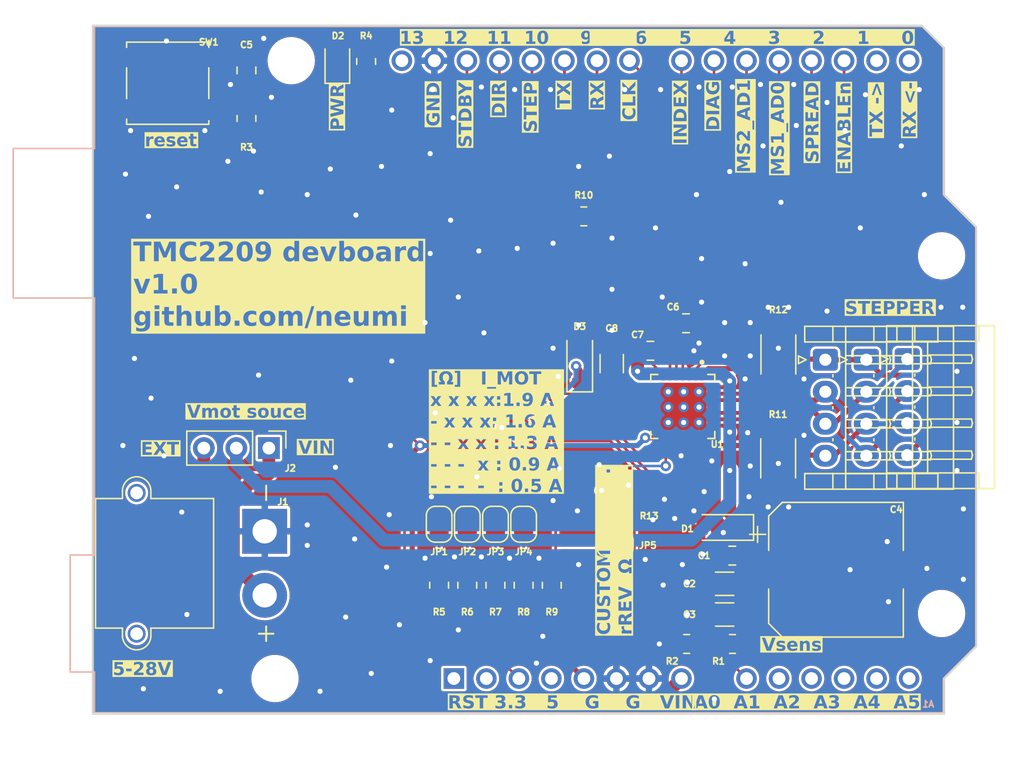
<source format=kicad_pcb>
(kicad_pcb (version 20221018) (generator pcbnew)
  (layers (0 "F.Cu" signal) (31 "B.Cu" signal) (34 "B.Paste" user) (35 "F.Paste" user) (36 "B.SilkS" user "B.Silkscreen") (37 "F.SilkS" user "F.Silkscreen") (38 "B.Mask" user) (39 "F.Mask" user) (44 "Edge.Cuts" user))
  (net 0 "")
  (net 3 "rst")
  (net 4 "+3V3")
  (net 5 "+5V")
  (net 6 "GND")
  (net 7 "Net-(A1-VIN)")
  (net 8 "MOT_INDEX")
  (net 16 "MOT_DIR")
  (net 17 "MOT_STEP")
  (net 18 "MOT_STANDBY")
  (net 19 "MOT_CLK")
  (net 20 "MOT_SPREAD")
  (net 21 "MOT_MS1")
  (net 22 "MOT_MS2")
  (net 23 "MOT_DIAG")
  (net 24 "MOT_ENABLE")
  (net 26 "Vdrive")
  (net 27 "+28V")
  (net 28 "Net-(U1-CPO)")
  (net 29 "Net-(JP1-A)")
  (net 30 "Net-(JP1-B)")
  (net 31 "Net-(JP2-B)")
  (net 32 "Net-(JP3-B)")
  (net 33 "Net-(JP4-B)")
  (net 34 "Net-(JP5-A)")
  (net 35 "MOT_UART_TX")
  (net 36 "MOT_UART_RX")
  (net 37 "Net-(U1-CPI)")
  (net 38 "Net-(U1-VCP)")
  (net 39 "voltage_detect")
  (net 40 "Net-(D3-K)")
  (net 41 "Net-(D2-A)")
  (net 42 "Net-(U1-BRA)")
  (net 43 "Net-(U1-BRB)")
  (net 44 "unconnected-(U1-EXP-Pad29)")
  (net 46 "OA1")
  (net 47 "OB1")
  (net 48 "OA2")
  (net 49 "OB2")
  (footprint "Resistor_SMD:R_0805_2012Metric" (layer "F.Cu") (at 63.6 24.8 90)
    (fp_text reference "R4")
    (fp_text value "R330" hide)
  )
  (footprint "Capacitor_SMD:C_0805_2012Metric" (layer "F.Cu") (at 92.2 63.4)
    (fp_text reference "C1")
    (fp_text value "C100nF" hide)
  )
  (footprint "Resistor_SMD:R_0805_2012Metric" (layer "F.Cu") (at 69.3 65.7125 90)
    (fp_text reference "R5")
    (fp_text value "R33k" hide)
  )
  (footprint "Resistor_SMD:R_0805_2012Metric" (layer "F.Cu") (at 92.2125 70.3 180)
    (fp_text reference "R1")
    (fp_text value "R10k" hide)
  )
  (footprint "Jumper:SolderJumper-2_P1.3mm_Open_RoundedPad1.0x1.5mm" (layer "F.Cu") (at 71.5 60.95 -90)
    (fp_text reference "JP2")
    (fp_text value "Jumper" hide)
  )
  (footprint "Button_Switch_SMD:SW_Push_1P1T_NO_CK_KSC6xxJ" (layer "F.Cu") (at 48.1 26.5)
    (fp_text reference "SW1")
    (fp_text value "SW_Push" hide)
  )
  (footprint "Capacitor_SMD:CP_Elec_10x10" (layer "F.Cu") (at 100.3 64.5)
    (fp_text reference "C4")
    (fp_text value "C_330uF" hide)
  )
  (footprint "Jumper:SolderJumper-2_P1.3mm_Open_RoundedPad1.0x1.5mm" (layer "F.Cu") (at 69.3 60.95 -90)
    (fp_text reference "JP1")
    (fp_text value "Jumper" hide)
  )
  (footprint "Connector_PinHeader_2.54mm:PinHeader_1x03_P2.54mm_Vertical" (layer "F.Cu") (at 56 55 -90)
    (fp_text reference "J2")
    (fp_text value "Conn_01x03_Pin" hide)
  )
  (footprint "Resistor_SMD:R_0805_2012Metric" (layer "F.Cu") (at 78.1 65.7125 90)
    (fp_text reference "R9")
    (fp_text value "R33k" hide)
  )
  (footprint "Diode_SMD:D_SOD-123" (layer "F.Cu") (at 91.5 61.2 180)
    (fp_text reference "D1")
    (fp_text value "D_TVS_30V" hide)
  )
  (footprint "Resistor_SMD:R_0805_2012Metric" (layer "F.Cu") (at 83 60.2 180)
    (fp_text reference "R13")
    (fp_text value "R33k" hide)
  )
  (footprint "Resistor_SMD:R_0805_2012Metric" (layer "F.Cu") (at 54.25 29.25 90)
    (fp_text reference "R3")
    (fp_text value "R10k" hide)
  )
  (footprint "Capacitor_SMD:C_0805_2012Metric" (layer "F.Cu") (at 54.25 25.5 90)
    (fp_text reference "C5")
    (fp_text value "C100nF" hide)
  )
  (footprint "Capacitor_SMD:C_1206_3216Metric" (layer "F.Cu") (at 82.7825 48.4 90)
    (fp_text reference "C8")
    (fp_text value "C2.2-4.7uF ceramic" hide)
  )
  (footprint "Jumper:SolderJumper-2_P1.3mm_Bridged_RoundedPad1.0x1.5mm" (layer "F.Cu") (at 83.05 62.5 180)
    (fp_text reference "JP5")
    (fp_text value "SolderJumper_2_Bridged" hide)
  )
  (footprint "Jumper:SolderJumper-2_P1.3mm_Open_RoundedPad1.0x1.5mm" (layer "F.Cu") (at 73.7 60.95 -90)
    (fp_text reference "JP3")
    (fp_text value "Jumper" hide)
  )
  (footprint "Resistor_SMD:R_0805_2012Metric" (layer "F.Cu") (at 80.6 36.9)
    (fp_text reference "R10")
    (fp_text value "R1k" hide)
  )
  (footprint "Capacitor_SMD:C_1206_3216Metric" (layer "F.Cu") (at 91.6 68 180)
    (fp_text reference "C3")
    (fp_text value "C4.7uF" hide)
  )
  (footprint "Connector_JST:JST_EH_S4B-EH_1x04_P2.50mm_Horizontal" (layer "F.Cu") (at 99.4675 48.1 -90)
    (fp_text reference "J5" hide)
    (fp_text value "motor_conn" hide)
  )
  (footprint "Resistor_SMD:R_2010_5025Metric" (layer "F.Cu") (at 95.8 47.6875 -90)
    (fp_text reference "R12")
    (fp_text value "R100mOHM" hide)
  )
  (footprint "Resistor_SMD:R_0805_2012Metric" (layer "F.Cu") (at 73.7 65.7125 90)
    (fp_text reference "R7")
    (fp_text value "R33k" hide)
  )
  (footprint "Resistor_SMD:R_0805_2012Metric" (layer "F.Cu") (at 71.5 65.7125 90)
    (fp_text reference "R6")
    (fp_text value "R33k" hide)
  )
  (footprint "Capacitor_SMD:C_0805_2012Metric" (layer "F.Cu") (at 88.5825 45.25)
    (fp_text reference "C6")
    (fp_text value "C22nF 50V" hide)
  )
  (footprint "components:QFN50P500X500X90-29N" (layer "F.Cu") (at 88.3325 51.75 -90)
    (fp_text reference "U1")
    (fp_text value "TMC2209-LA" hide)
  )
  (footprint "Capacitor_SMD:C_1206_3216Metric" (layer "F.Cu") (at 91.6 65.6 180)
    (fp_text reference "C2")
    (fp_text value "C10uF" hide)
  )
  (footprint "Capacitor_SMD:C_0805_2012Metric" (layer "F.Cu") (at 85.8 47.4 180)
    (fp_text reference "C7")
    (fp_text value "C100nF" hide)
  )
  (footprint "Connector_AMASS:AMASS_XT30PW-M_1x02_P2.50mm_Horizontal" (layer "F.Cu") (at 55.675 61.5 90)
    (fp_text reference "J1")
    (fp_text value "Conn_01x02_Male" hide)
  )
  (footprint "LED_SMD:LED_0805_2012Metric" (layer "F.Cu") (at 61.35 24.825 90)
    (fp_text reference "D2")
    (fp_text value "LED" hide)
  )
  (footprint "Resistor_SMD:R_0805_2012Metric" (layer "F.Cu") (at 75.9 65.7125 90)
    (fp_text reference "R8")
    (fp_text value "R33k" hide)
  )
  (footprint "Jumper:SolderJumper-2_P1.3mm_Open_RoundedPad1.0x1.5mm" (layer "F.Cu") (at 75.9 60.95 -90)
    (fp_text reference "JP4")
    (fp_text value "Jumper" hide)
  )
  (footprint "Connector_JST:JST_EH_S4B-EH_1x04_P2.50mm_Horizontal" (layer "F.Cu") (at 105.8675 48.05 -90)
    (fp_text reference "J4" hide)
    (fp_text value "motor_conn" hide)
  )
  (footprint "Diode_SMD:D_SOD-123" (layer "F.Cu") (at 80.2825 48.25 90)
    (fp_text reference "D3")
    (fp_text value "D_TVS_5V" hide)
  )
  (footprint "Resistor_SMD:R_0805_2012Metric" (layer "F.Cu") (at 88.6375 70.3 180)
    (fp_text reference "R2")
    (fp_text value "R2k" hide)
  )
  (footprint "Resistor_SMD:R_2010_5025Metric" (layer "F.Cu") (at 95.7825 55.8 90)
    (fp_text reference "R11")
    (fp_text value "R100mOHM" hide)
  )
  (footprint "Connector_JST:JST_EH_S4B-EH_1x04_P2.50mm_Horizontal" (layer "F.Cu") (at 102.6675 48.1 -90)
    (fp_text reference "J6" hide)
    (fp_text value "motor_conn" hide)
  )
  (footprint "Module:Arduino_UNO_R2_WithMountingHoles" (layer "B.Cu") (at 70.45 73)
    (fp_text reference "A1")
    (fp_text value "Arduino_UNO_R2" hide)
  )
  (gr_line (start 108.75 35.25) (end 111.25 37.75) (stroke (width 0.15)) (layer "Edge.Cuts"))
  (gr_line (start 111.25 37.75) (end 111.25 70.5) (stroke (width 0.15)) (layer "Edge.Cuts"))
  (gr_line (start 111.25 70.5) (end 108.75 73) (stroke (width 0.15)) (layer "Edge.Cuts"))
  (gr_line (start 108.75 73) (end 108.75 75.75) (stroke (width 0.15)) (layer "Edge.Cuts"))
  (gr_line (start 42.25 22) (end 42.25 75.75) (stroke (width 0.15)) (layer "Edge.Cuts"))
  (gr_line (start 108.75 75.75) (end 42.25 75.75) (stroke (width 0.15)) (layer "Edge.Cuts"))
  (gr_line (start 108.75 23.75) (end 108.75 35.25) (stroke (width 0.15)) (layer "Edge.Cuts"))
  (gr_line (start 42.25 22) (end 107 22) (stroke (width 0.15)) (layer "Edge.Cuts"))
  (gr_line (start 107 22) (end 108.75 23.75) (stroke (width 0.15)) (layer "Edge.Cuts"))
  (gr_text "STEP" (at 77.1 26.4 90) (layer "F.SilkS" knockout) (effects (font (size 1 1) (thickness 0.25) bold) (justify right bottom)))
  (gr_text "13   12   11  10     9     8" (at 84.7 23.6) (layer "F.SilkS" knockout) (effects (font (size 1 1) (thickness 0.25) bold) (justify right bottom)))
  (gr_text "Vmot souce" (at 49.6 52.8) (layer "F.SilkS" knockout) (effects (font (size 1 1) (thickness 0.25) bold) (justify left bottom)))
  (gr_text "ENABLEn" (at 101.6 26.4 90) (layer "F.SilkS" knockout) (effects (font (size 1 1) (thickness 0.25) bold) (justify right bottom)))
  (gr_text "RX" (at 82.3 26.4 90) (layer "F.SilkS" knockout) (effects (font (size 1 1) (thickness 0.25) bold) (justify right bottom)))
  (gr_text "TX ->" (at 104.1 26.4 90) (layer "F.SilkS" knockout) (effects (font (size 1 1) (thickness 0.25) bold) (justify right bottom)))
  (gr_text "STDBY" (at 72 26.4 90) (layer "F.SilkS" knockout) (effects (font (size 1 1) (thickness 0.25) bold) (justify right bottom)))
  (gr_text "TX" (at 79.7 26.4 90) (layer "F.SilkS" knockout) (effects (font (size 1 1) (thickness 0.25) bold) (justify right bottom)))
  (gr_text "5-28V" (at 43.8 72.9) (layer "F.SilkS" knockout) (effects (font (size 1 1) (thickness 0.25) bold) (justify left bottom)))
  (gr_text "reset" (at 46.3 31.6) (layer "F.SilkS" knockout) (effects (font (size 1 1) (thickness 0.25) bold) (justify left bottom)))
  (gr_text "Vsens" (at 94.5 71) (layer "F.SilkS" knockout) (effects (font (size 1 1) (thickness 0.25) bold) (justify left bottom)))
  (gr_text "GND" (at 69.5 26.4 90) (layer "F.SilkS" knockout) (effects (font (size 1 1) (thickness 0.25) bold) (justify right bottom)))
  (gr_text "MS2_AD1" (at 93.75 26.2 90) (layer "F.SilkS" knockout) (effects (font (size 1 1) (thickness 0.25) bold) (justify right bottom)))
  (gr_text "CLK" (at 84.8 26.4 90) (layer "F.SilkS" knockout) (effects (font (size 1 1) (thickness 0.25) bold) (justify right bottom)))
  (gr_text "RX <-" (at 106.7 26.4 90) (layer "F.SilkS" knockout) (effects (font (size 1 1) (thickness 0.25) bold) (justify right bottom)))
  (gr_text "INDEX" (at 88.8 26.4 90) (layer "F.SilkS" knockout) (effects (font (size 1 1) (thickness 0.25) bold) (justify right bottom)))
  (gr_text "[Ω]   I_MOT \nx x x x:1.9 A\n- x x x: 1.6 A\n- - x x : 1.3 A\n- - -  x : 0.9 A\n- - -  -  : 0.5 A" (at 68.6 58.6) (layer "F.SilkS" knockout) (effects (font (size 1 1) (thickness 0.25) bold) (justify left bottom)))
  (gr_text "DIR" (at 74.6 26.4 90) (layer "F.SilkS" knockout) (effects (font (size 1 1) (thickness 0.25) bold) (justify right bottom)))
  (gr_text "DIAG" (at 91.35 26.3 90) (layer "F.SilkS" knockout) (effects (font (size 1 1) (thickness 0.25) bold) (justify right bottom)))
  (gr_text "CUSTOM            .\nrREV  Ω              ." (at 84.5 69.6 90) (layer "F.SilkS" knockout) (effects (font (size 1 1) (thickness 0.25) bold) (justify left bottom)))
  (gr_text "RST 3.3   5    G    G   VIN" (at 89.4 75.5) (layer "F.SilkS" knockout) (effects (font (size 1 1.03) (thickness 0.25) bold) (justify right bottom)))
  (gr_text "MS1_AD0" (at 96.4 26.4 90) (layer "F.SilkS" knockout) (effects (font (size 1 1) (thickness 0.25) bold) (justify right bottom)))
  (gr_text "TMC2209 devboard\nv1.0\ngithub.com/neumi" (at 45.4 45.7) (layer "F.SilkS" knockout) (effects (font (size 1.5 1.5) (thickness 0.3) bold) (justify left bottom)))
  (gr_text "SPREAD" (at 99.1 26.4 90) (layer "F.SilkS" knockout) (effects (font (size 1 1) (thickness 0.25) bold) (justify right bottom)))
  (gr_text "VIN" (at 58.3 55.6) (layer "F.SilkS" knockout) (effects (font (size 1 1) (thickness 0.25) bold) (justify left bottom)))
  (gr_text "PWR" (at 62 30.2 90) (layer "F.SilkS" knockout) (effects (font (size 1 1) (thickness 0.25) bold) (justify left bottom)))
  (gr_text "A0  A1  A2  A3  A4  A5" (at 106.9 75.5) (layer "F.SilkS" knockout) (effects (font (size 1 1.03) (thickness 0.25) bold) (justify right bottom)))
  (gr_text "7     6     5     4     3     2     1     0" (at 106.4 23.6) (layer "F.SilkS" knockout) (effects (font (size 1 1.02) (thickness 0.25) bold) (justify right bottom)))
  (gr_text "EXT" (at 46 55.7) (layer "F.SilkS" knockout) (effects (font (size 1 1) (thickness 0.25) bold) (justify left bottom)))
  (gr_text "STEPPER" (at 101 44.7) (layer "F.SilkS" knockout) (effects (font (size 1 1) (thickness 0.25) bold) (justify left bottom)))
  (segment (start 54.25 28.3375) (end 53 29.5875) (width 0.2) (layer "F.Cu") (net 3))
  (segment (start 53.4 31) (end 65.6 31) (width 0.2) (layer "F.Cu") (net 3))
  (segment (start 66.6 32) (end 66.6 68.21005) (width 0.2) (layer "F.Cu") (net 3))
  (segment (start 69.68995 71.3) (end 73.83 71.3) (width 0.2) (layer "F.Cu") (net 3))
  (segment (start 55.275 27.3125) (end 54.25 28.3375) (width 0.2) (layer "F.Cu") (net 3))
  (segment (start 66.6 68.21005) (end 69.68995 71.3) (width 0.2) (layer "F.Cu") (net 3))
  (segment (start 73.83 71.3) (end 75.53 73) (width 0.2) (layer "F.Cu") (net 3))
  (segment (start 55.275 25.575) (end 55.275 27.3125) (width 0.2) (layer "F.Cu") (net 3))
  (segment (start 51 24.5) (end 54.2 24.5) (width 0.2) (layer "F.Cu") (net 3))
  (segment (start 54.2 24.5) (end 54.25 24.55) (width 0.2) (layer "F.Cu") (net 3))
  (segment (start 53 29.5875) (end 53 30.6) (width 0.2) (layer "F.Cu") (net 3))
  (segment (start 45.2 24.5) (end 51 24.5) (width 0.2) (layer "F.Cu") (net 3))
  (segment (start 65.6 31) (end 66.6 32) (width 0.2) (layer "F.Cu") (net 3))
  (segment (start 54.25 24.55) (end 55.275 25.575) (width 0.2) (layer "F.Cu") (net 3))
  (segment (start 53 30.6) (end 53.4 31) (width 0.2) (layer "F.Cu") (net 3))
  (segment (start 85.4 54.2) (end 86.7975 54.2) (width 0.4) (layer "F.Cu") (net 5))
  (segment (start 63.6 30.6) (end 64.1 30.6) (width 0.2) (layer "F.Cu") (net 5))
  (segment (start 67.2 59.6) (end 67.2 58.9) (width 0.4) (layer "F.Cu") (net 5))
  (segment (start 63.6 30.6) (end 54.6875 30.6) (width 0.2) (layer "F.Cu") (net 5))
  (segment (start 65.8 30.6) (end 67 31.8) (width 0.2) (layer "F.Cu") (net 5))
  (segment (start 67 54) (end 67.8 54.8) (width 0.2) (layer "F.Cu") (net 5))
  (segment (start 63.6 29.8) (end 63.6 25.7125) (width 0.2) (layer "F.Cu") (net 5))
  (segment (start 78.41 70.8) (end 70.2 70.8) (width 0.4) (layer "F.Cu") (net 5))
  (segment (start 64.1 30.6) (end 65.8 30.6) (width 0.2) (layer "F.Cu") (net 5))
  (segment (start 63.6 30.1) (end 63.6 29.8) (width 0.2) (layer "F.Cu") (net 5))
  (segment (start 63.6 29.8) (end 63.6 30.6) (width 0.2) (layer "F.Cu") (net 5))
  (segment (start 67.2 55.4) (end 67.8 54.8) (width 0.4) (layer "F.Cu") (net 5))
  (segment (start 67.2 59.6) (end 67.2 55.4) (width 0.4) (layer "F.Cu") (net 5))
  (segment (start 54.6875 30.6) (end 54.25 30.1625) (width 0.2) (layer "F.Cu") (net 5))
  (segment (start 80.61 73) (end 78.41 70.8) (width 0.4) (layer "F.Cu") (net 5))
  (segment (start 67.4 55.2) (end 67.8 54.8) (width 0.4) (layer "F.Cu") (net 5))
  (segment (start 67 31.8) (end 67 54) (width 0.2) (layer "F.Cu") (net 5))
  (segment (start 67.2 67.8) (end 67.2 59.6) (width 0.4) (layer "F.Cu") (net 5))
  (segment (start 70.2 70.8) (end 67.2 67.8) (width 0.4) (layer "F.Cu") (net 5))
  (via (at 85.4 54.2) (size 0.8) (drill 0.4) (layers "F.Cu" "B.Cu") (net 5))
  (via (at 67.8 54.8) (size 0.8) (drill 0.4) (layers "F.Cu" "B.Cu") (net 5))
  (segment (start 67.8 54.8) (end 84.8 54.8) (width 0.4) (layer "B.Cu") (net 5))
  (segment (start 84.8 54.8) (end 85.4 54.2) (width 0.4) (layer "B.Cu") (net 5))
  (via (at 109.75 53) (size 0.8) (drill 0.4) (layers "F.Cu" "B.Cu") (net 6))
  (via (at 68.7 58.8) (size 0.8) (drill 0.4) (layers "F.Cu" "B.Cu") (net 6))
  (via (at 60 74) (size 0.8) (drill 0.4) (layers "F.Cu" "B.Cu") (net 6))
  (via (at 97 26.6) (size 0.8) (drill 0.4) (layers "F.Cu" "B.Cu") (net 6))
  (via (at 82.8 42.6) (size 0.8) (drill 0.4) (layers "F.Cu" "B.Cu") (net 6))
  (via (at 109.75 49) (size 0.8) (drill 0.4) (layers "F.Cu" "B.Cu") (net 6))
  (via (at 92 33.4) (size 0.8) (drill 0.4) (layers "F.Cu" "B.Cu") (net 6))
  (via (at 80.2 33) (size 0.8) (drill 0.4) (layers "F.Cu" "B.Cu") (net 6))
  (via (at 68.6 39.8) (size 0.8) (drill 0.4) (layers "F.Cu" "B.Cu") (net 6))
  (via (at 64.8 33) (size 0.8) (drill 0.4) (layers "F.Cu" "B.Cu") (net 6))
  (via (at 60.8 33.2) (size 0.8) (drill 0.4) (layers "F.Cu" "B.Cu") (net 6))
  (via (at 86.725 43.2) (size 0.8) (drill 0.4) (layers "F.Cu" "B.Cu") (net 6))
  (via (at 68.6 32) (size 0.8) (drill 0.4) (layers "F.Cu" "B.Cu") (net 6))
  (via (at 86.8 65.7) (size 0.8) (drill 0.4) (layers "F.Cu" "B.Cu") (net 6))
  (via (at 72.6 63.5) (size 0.8) (drill 0.4) (layers "F.Cu" "B.Cu") (net 6))
  (via (at 107.4 64.4) (size 0.8) (drill 0.4) (layers "F.Cu" "B.Cu") (net 6))
  (via (at 52.8 32.6) (size 0.8) (drill 0.4) (layers "F.Cu" "B.Cu") (net 6))
  (via (at 47.8 55.6) (size 0.8) (drill 0.4) (layers "F.Cu" "B.Cu") (net 6))
  (via (at 90 58.4) (size 0.8) (drill 0.4) (layers "F.Cu" "B.Cu") (net 6))
  (via (at 97.8 49.6) (size 0.8) (drill 0.4) (layers "F.Cu" "B.Cu") (net 6))
  (via (at 44.6 54.8) (size 0.8) (drill 0.4) (layers "F.Cu" "B.Cu") (net 6))
  (via (at 68.2 63.6) (size 0.8) (drill 0.4) (layers "F.Cu" "B.Cu") (net 6))
  (via (at 75.2 27) (size 0.8) (drill 0.4) (layers "F.Cu" "B.Cu") (net 6))
  (via (at 70.2 37.2) (size 0.8) (drill 0.4) (layers "F.Cu" "B.Cu") (net 6))
  (via (at 45.2 30.2) (size 0.8) (drill 0.4) (layers "F.Cu" "B.Cu") (net 6))
  (via (at 55.2 49.3) (size 0.8) (drill 0.4) (layers "F.Cu" "B.Cu") (net 6))
  (via (at 45.5 48) (size 0.8) (drill 0.4) (layers "F.Cu" "B.Cu") (net 6))
  (via (at 88.7 68) (size 0.8) (drill 0.4) (layers "F.Cu" "B.Cu") (net 6))
  (via (at 85.4 63.7) (size 0.8) (drill 0.4) (layers "F.Cu" "B.Cu") (net 6))
  (via (at 78.2 47.2) (size 0.8) (drill 0.4) (layers "F.Cu" "B.Cu") (net 6))
  (via (at 72.8 46) (size 0.8) (drill 0.4) (layers "F.Cu" "B.Cu") (net 6))
  (via (at 62 68.2) (size 0.8) (drill 0.4) (layers "F.Cu" "B.Cu") (net 6))
  (via (at 84.1 57.9) (size 0.8) (drill 0.4) (layers "F.Cu" "B.Cu") (net 6))
  (via (at 81.8 56.3) (size 0.8) (drill 0.4) (layers "F.Cu" "B.Cu") (net 6))
  (via (at 93.2 49.6) (size 0.8) (drill 0.4) (layers "F.Cu" "B.Cu") (net 6))
  (via (at 59 35.2) (size 0.8) (drill 0.4) (layers "F.Cu" "B.Cu") (net 6))
  (via (at 93.6 45.2) (size 0.8) (drill 0.4) (layers "F.Cu" "B.Cu") (net 6))
  (via (at 90.6 56) (size 0.8) (drill 0.4) (layers "F.Cu" "B.Cu") (net 6))
  (via (at 77.1 63.6) (size 0.8) (drill 0.4) (layers "F.Cu" "B.Cu") (net 6))
  (via (at 91.5 61.6) (size 0.8) (drill 0.4) (layers "F.Cu" "B.Cu") (net 6))
  (via (at 70.5 63.5) (size 0.8) (drill 0.4) (layers "F.Cu" "B.Cu") (net 6))
  (via (at 72.25 57.25) (size 0.8) (drill 0.4) (layers "F.Cu" "B.Cu") (net 6))
  (via (at 61.2 56.5) (size 0.8) (drill 0.4) (layers "F.Cu" "B.Cu") (net 6))
  (via (at 78 27) (size 0.8) (drill 0.4) (layers "F.Cu" "B.Cu") (net 6))
  (via (at 70.8 69.2) (size 0.8) (drill 0.4) (layers "F.Cu" "B.Cu") (net 6))
  (via (at 46.8 51.1) (size 0.8) (drill 0.4) (layers "F.Cu" "B.Cu") (net 6))
  (via (at 89.2 59.9) (size 0.8) (drill 0.4) (layers "F.Cu" "B.Cu") (net 6))
  (via (at 91.6 47.8) (size 0.8) (drill 0.4) (layers "F.Cu" "B.Cu") (net 6))
  (via (at 88.7 65.5) (size 0.8) (drill 0.4) (layers "F.Cu" "B.Cu") (net 6))
  (via (at 65.6 28.6) (size 0.8) (drill 0.4) (layers "F.Cu" "B.Cu") (net 6))
  (via (at 75.4 39.4) (size 0.8) (drill 0.4) (layers "F.Cu" "B.Cu") (net 6))
  (via (at 80.1 59.9) (size 0.8) (drill 0.4) (layers "F.Cu" "B.Cu") (net 6))
  (via (at 52.2 74) (size 0.8) (drill 0.4) (layers "F.Cu" "B.Cu") (net 6))
  (via (at 89.8 40.2) (size 0.8) (drill 0.4) (layers "F.Cu" "B.Cu") (net 6))
  (via (at 96.6 59.6) (size 0.8) (drill 0.4) (layers "F.Cu" "B.Cu") (net 6))
  (via (at 93.6 56.4) (size 0.8) (drill 0.4) (layers "F.Cu" "B.Cu") (net 6))
  (via (at 49.2 60) (size 0.8) (drill 0.4) (layers "F.Cu" "B.Cu") (net 6))
  (via (at 83.8 27) (size 0.8) (drill 0.4) (layers "F.Cu" "B.Cu") (net 6))
  (via (at 53 26.6) (size 0.8) (drill 0.4) (layers "F.Cu" "B.Cu") (net 6))
  (via (at 72.6 26.8) (size 0.8) (drill 0.4) (layers "F.Cu" "B.Cu") (net 6))
  (via (at 78.7 56.6) (size 0.8) (drill 0.4) (layers "F.Cu" "B.Cu") (net 6))
  (via (at 78.2 59.1) (size 0.8) (drill 0.4) (layers "F.Cu" "B.Cu") (net 6))
  (via (at 102.2 37.8) (size 0.8) (drill 0.4) (layers "F.Cu" "B.Cu") (net 6))
  (via (at 96 35.8) (size 0.8) (drill 0.4) (layers "F.Cu" "B.Cu") (net 6))
  (via (at 89.2 47.4) (size 0.8) (drill 0.4) (layers "F.Cu" "B.Cu") (net 6))
  (via (at 95.8 56.2) (size 0.8) (drill 0.4) (layers "F.Cu" "B.Cu") (net 6))
  (via (at 93.2 40.6) (size 0.8) (drill 0.4) (layers "F.Cu" "B.Cu") (net 6))
  (via (at 74.8 63.6) (size 0.8) (drill 0.4) (layers "F.Cu" "B.Cu") (net 6))
  (via (at 94.6 31.4) (size 0.8) (drill 0.4) (layers "F.Cu" "B.Cu") (net 6))
  (via (at 91.6 45.2) (size 0.8) (drill 0.4) (layers "F.Cu" "B.Cu") (net 6))
  (via (at 51 30.2) (size 0.8) (drill 0.4) (layers "F.Cu" "B.Cu") (net 6))
  (via (at 68.8 27) (size 0.8) (drill 0.4) (layers "F.Cu" "B.Cu") (net 6))
  (via (at 89.8 43.6) (size 0.8) (drill 0.4) (layers "F.Cu" "B.Cu") (net 6))
  (via (at 69 52.25) (size 0.8) (drill 0.4) (layers "F.Cu" "B.Cu") (net 6))
  (via (at 82.8 45.8) (size 0.8) (drill 0.4) (layers "F.Cu" "B.Cu") (net 6))
  (via (at 70.4 29.2) (size 0.8) (drill 0.4) (layers "F.Cu" "B.Cu") (net 6))
  (via (at 105.4 31.4) (size 0.8) (drill 0.4) (layers "F.Cu" "B.Cu") (net 6))
  (via (at 55.4 35) (size 0.8) (drill 0.4) (layers "F.Cu" "B.Cu") (net 6))
  (via (at 82.8 38.6) (size 0.8) (drill 0.4) (layers "F.Cu" "B.Cu") (net 6))
  (via (at 101 30.2) (size 0.8) (drill 0.4) (layers "F.Cu" "B.Cu") (net 6))
  (via (at 97.2 29.8) (size 0.8) (drill 0.4) (layers "F.Cu" "B.Cu") (net 6))
  (via (at 104.3 62.3) (size 0.8) (drill 0.4) (layers "F.Cu" "B.Cu") (net 6))
  (via (at 93.5 58.8) (size 0.8) (drill 0.4) (layers "F.Cu" "B.Cu") (net 6))
  (via (at 93.4 53.8) (size 0.8) (drill 0.4) (layers "F.Cu" "B.Cu") (net 6))
  (via (at 59 61) (size 0.8) (drill 0.4) (layers "F.Cu" "B.Cu") (net 6))
  (via (at 89.6 26.8) (size 0.8) (drill 0.4) (layers "F.Cu" "B.Cu") (net 6))
  (via (at 65.6 48.2) (size 0.8) (drill 0.4) (layers "F.Cu" "B.Cu") (net 6))
  (via (at 99.6 28) (size 0.8) (drill 0.4) (layers "F.Cu" "B.Cu") (net 6))
  (via (at 62.8 36.8) (size 0.8) (drill 0.4) (layers "F.Cu" "B.Cu") (net 6))
  (via (at 65.4 60.2) (size 0.8) (drill 0.4) (layers "F.Cu" "B.Cu") (net 6))
  (via (at 110.25 59.75) (size 0.8) (drill 0.4) (layers "F.Cu" "B.Cu") (net 6))
  (via (at 72.4 39.6) (size 0.8) (drill 0.4) (layers "F.Cu" "B.Cu") (net 6))
  (via (at 104.4 67) (size 0.8) (drill 0.4) (layers "F.Cu" "B.Cu") (net 6))
  (via (at 56.2 27.6) (size 0.8) (drill 0.4) (layers "F.Cu" "B.Cu") (net 6))
  (via (at 82.6 32.2) (size 0.8) (drill 0.4) (layers "F.Cu" "B.Cu") (net 6))
  (via (at 109.75 56.75) (size 0.8) (drill 0.4) (layers "F.Cu" "B.Cu") (net 6))
  (via (at 66.2 68.8) (size 0.8) (drill 0.4) (layers "F.Cu" "B.Cu") (net 6))
  (via (at 46.2 73.8) (size 0.8) (drill 0.4) (layers "F.Cu" "B.Cu") (net 6))
  (via (at 78.6 49.4) (size 0.8) (drill 0.4) (layers "F.Cu" "B.Cu") (net 6))
  (via (at 46.6 36.9) (size 0.8) (drill 0.4) (layers "F.Cu" "B.Cu") (net 6))
  (via (at 64 72.6) (size 0.8) (drill 0.4) (layers "F.Cu" "B.Cu") (net 6))
  (via (at 87.7 60.5) (size 0.8) (drill 0.4) (layers "F.Cu" "B.Cu") (net 6))
  (via (at 65.5 54.8) (size 0.8) (drill 0.4) (layers "F.Cu" "B.Cu") (net 6))
  (via (at 78.2 39) (size 0.8) (drill 0.4) (layers "F.Cu" "B.Cu") (net 6))
  (via (at 106.8 27) (size 0.8) (drill 0.4) (layers "F.Cu" "B.Cu") (net 6))
  (via (at 94.4 26.6) (size 0.8) (drill 0.4) (layers "F.Cu" "B.Cu") (net 6))
  (via (at 95.8 47.2) (size 0.8) (drill 0.4) (layers "F.Cu" "B.Cu") (net 6))
  (via (at 89.9 63.3) (size 0.8) (drill 0.4) (layers "F.Cu" "B.Cu") (net 6))
  (via (at 101.4 64.5) (size 0.8) (drill 0.4) (layers "F.Cu" "B.Cu") (net 6))
  (via (at 86.6 27) (size 0.8) (drill 0.4) (layers "F.Cu" "B.Cu") (net 6))
  (via (at 107.2 35.2) (size 0.8) (drill 0.4) (layers "F.Cu" "B.Cu") (net 6))
  (via (at 68.2 45.2) (size 0.8) (drill 0.4) (layers "F.Cu" "B.Cu") (net 6))
  (via (at 86.5 70.3) (size 0.8) (drill 0.4) (layers "F.Cu" "B.Cu") (net 6))
  (via (at 92.2 26.8) (size 0.8) (drill 0.4) (layers "F.Cu" "B.Cu") (net 6))
  (via (at 102.6 27.4) (size 0.8) (drill 0.4) (layers "F.Cu" "B.Cu") (net 6))
  (via (at 70.8 43.2) (size 0.8) (drill 0.4) (layers "F.Cu" "B.Cu") (net 6))
  (via (at 80.2 64.1) (size 0.8) (drill 0.4) (layers "F.Cu" "B.Cu") (net 6))
  (via (at 99.6 44.3) (size 0.8) (drill 0.4) (layers "F.Cu" "B.Cu") (net 6))
  (via (at 54.8 31.8) (size 0.8) (drill 0.4) (layers "F.Cu" "B.Cu") (net 6))
  (via (at 65.2 64.3) (size 0.8) (drill 0.4) (layers "F.Cu" "B.Cu") (net 6))
  (via (at 59 62.6) (size 0.8) (drill 0.4) (layers "F.Cu" "B.Cu") (net 6))
  (via (at 89.4 35.2) (size 0.8) (drill 0.4) (layers "F.Cu" "B.Cu") (net 6))
  (via (at 77.4 69.7) (size 0.8) (drill 0.4) (layers "F.Cu" "B.Cu") (net 6))
  (via (at 93.6 47.8) (size 0.8) (drill 0.4) (layers "F.Cu" "B.Cu") (net 6))
  (via (at 86.9 59) (size 0.8) (drill 0.4) (layers "F.Cu" "B.Cu") (net 6))
  (via (at 76.9 71.8) (size 0.8) (drill 0.4) (layers "F.Cu" "B.Cu") (net 6))
  (via (at 90.8 74.6) (size 0.8) (drill 0.4) (layers "F.Cu" "B.Cu") (net 6))
  (via (at 86.2 37.8) (size 0.8) (drill 0.4) (layers "F.Cu" "B.Cu") (net 6))
  (via (at 62.7 62.1) (size 0.8) (drill 0.4) (layers "F.Cu" "B.Cu") (net 6))
  (via (at 80.2 45.4) (size 0.8) (drill 0.4) (layers "F.Cu" "B.Cu") (net 6))
  (via (at 89.6 46.8) (size 0.8) (drill 0.4) (layers "F.Cu" "B.Cu") (net 6))
  (via (at 88.3 64.1) (size 0.8) (drill 0.4) (layers "F.Cu" "B.Cu") (net 6))
  (via (at 86 60.6) (size 0.8) (drill 0.4) (layers "F.Cu" "B.Cu") (net 6))
  (via (at 49.6 68) (size 0.8) (drill 0.4) (layers "F.Cu" "B.Cu") (net 6))
  (via (at 68.6 71.6) (size 0.8) (drill 0.4) (layers "F.Cu" "B.Cu") (net 6))
  (via (at 62.4 49.7) (size 0.8) (drill 0.4) (layers "F.Cu" "B.Cu") (net 6))
  (via (at 48.8 34.6) (size 0.8) (drill 0.4) (layers "F.Cu" "B.Cu") (net 6))
  (via (at 96.6 44) (size 0.8) (drill 0.4) (layers "F.Cu" "B.Cu") (net 6))
  (via (at 95 44) (size 0.8) (drill 0.4) (layers "F.Cu" "B.Cu") (net 6))
  (via (at 110.2 44) (size 0.8) (drill 0.4) (layers "F.Cu" "B.Cu") (net 6))
  (via (at 97.8 54) (size 0.8) (drill 0.4) (layers "F.Cu" "B.Cu") (net 6))
  (via (at 44.8 33.6) (size 0.8) (drill 0.4) (layers "F.Cu" "B.Cu") (net 6))
  (via (at 55.6 23) (size 0.8) (drill 0.4) (layers "F.Cu" "B.Cu") (net 6))
  (via (at 108.5 44) (size 0.8) (drill 0.4) (layers "F.Cu" "B.Cu") (net 6))
  (via (at 95 59.6) (size 0.8) (drill 0.4) (layers "F.Cu" "B.Cu") (net 6))
  (via (at 110.25 65.25) (size 0.8) (drill 0.4) (layers "F.Cu" "B.Cu") (net 6))
  (via (at 48 23.2) (size 0.8) (drill 0.4) (layers "F.Cu" "B.Cu") (net 6))
  (via (at 88.2 55.6) (size 0.8) (drill 0.4) (layers "F.Cu" "B.Cu") (net 6))
  (segment (start 63.45 69.7) (end 52.5 69.7) (width 1) (layer "F.Cu") (net 7))
  (segment (start 86.73 74.5) (end 68.25 74.5) (width 1) (layer "F.Cu") (net 7))
  (segment (start 88.23 73) (end 86.73 74.5) (width 1) (layer "F.Cu") (net 7))
  (segment (start 52.5 69.7) (end 50.92 68.12) (width 1) (layer "F.Cu") (net 7))
  (segment (start 50.92 68.12) (end 50.92 55) (width 1) (layer "F.Cu") (net 7))
  (segment (start 68.25 74.5) (end 63.45 69.7) (width 1) (layer "F.Cu") (net 7))
  (segment (start 77.734314 52.25) (end 85.8825 52.25) (width 0.2) (layer "F.Cu") (net 8))
  (segment (start 76 50.515686) (end 77.734314 52.25) (width 0.2) (layer "F.Cu") (net 8))
  (segment (start 88.23 24.74) (end 88.23 37.872942) (width 0.2) (layer "F.Cu") (net 8))
  (segment (start 88.23 37.872942) (end 85.985785 40.117157) (width 0.2) (layer "F.Cu") (net 8))
  (segment (start 80.682843 40.117157) (end 76 44.8) (width 0.2) (layer "F.Cu") (net 8))
  (segment (start 76 44.8) (end 76 50.515686) (width 0.2) (layer "F.Cu") (net 8))
  (segment (start 85.985785 40.117157) (end 80.682843 40.117157) (width 0.2) (layer "F.Cu") (net 8))
  (segment (start 75.910786 52.689214) (end 77.271572 54.05) (width 0.2) (layer "F.Cu") (net 16))
  (segment (start 88.8325 55.24255) (end 88.8325 54.2) (width 0.2) (layer "F.Cu") (net 16))
  (segment (start 75.910786 52.689214) (end 74.4 51.178428) (width 0.2) (layer "F.Cu") (net 16))
  (segment (start 89 55.8) (end 89 55.41005) (width 0.2) (layer "F.Cu") (net 16))
  (segment (start 82.85 54.05) (end 86.2 57.4) (width 0.2) (layer "F.Cu") (net 16))
  (segment (start 74.01 43.61) (end 74.01 24.74) (width 0.2) (layer "F.Cu") (net 16))
  (segment (start 87.4 57.4) (end 89 55.8) (width 0.2) (layer "F.Cu") (net 16))
  (segment (start 77.271572 54.05) (end 82.85 54.05) (width 0.2) (layer "F.Cu") (net 16))
  (segment (start 89 55.41005) (end 88.8325 55.24255) (width 0.2) (layer "F.Cu") (net 16))
  (segment (start 74.4 51.178428) (end 74.4 44) (width 0.2) (layer "F.Cu") (net 16))
  (segment (start 86.2 57.4) (end 87.4 57.4) (width 0.2) (layer "F.Cu") (net 16))
  (segment (start 75.910785 52.689214) (end 75.910786 52.689214) (width 0.2) (layer "F.Cu") (net 16))
  (segment (start 74.4 44) (end 74.01 43.61) (width 0.2) (layer "F.Cu") (net 16))
  (segment (start 87.3325 54.659519) (end 87.3325 54.2) (width 0.2) (layer "F.Cu") (net 17))
  (segment (start 77.437257 53.65) (end 83.05 53.65) (width 0.2) (layer "F.Cu") (net 17))
  (segment (start 74.8 51.012743) (end 77.437257 53.65) (width 0.2) (layer "F.Cu") (net 17))
  (segment (start 76.55 42.518628) (end 74.8 44.268628) (width 0.2) (layer "F.Cu") (net 17))
  (segment (start 74.8 44.268628) (end 74.8 51.012743) (width 0.2) (layer "F.Cu") (net 17))
  (segment (start 85 55.6) (end 86.392019 55.6) (width 0.2) (layer "F.Cu") (net 17))
  (segment (start 83.05 53.65) (end 85 55.6) (width 0.2) (layer "F.Cu") (net 17))
  (segment (start 76.55 24.74) (end 76.55 42.518628) (width 0.2) (layer "F.Cu") (net 17))
  (segment (start 86.392019 55.6) (end 87.3325 54.659519) (width 0.2) (layer "F.Cu") (net 17))
  (segment (start 89.3325 54.659519) (end 89.3325 54.2) (width 0.2) (layer "F.Cu") (net 18))
  (segment (start 84.917157 56.682843) (end 86.034315 57.8) (width 0.2) (layer "F.Cu") (net 18))
  (segment (start 86.034315 57.8) (end 88.4 57.8) (width 0.2) (layer "F.Cu") (net 18))
  (segment (start 76.127943 53.472057) (end 77.105887 54.45) (width 0.2) (layer "F.Cu") (net 18))
  (segment (start 82.4 54.45) (end 82.684314 54.45) (width 0.2) (layer "F.Cu") (net 18))
  (segment (start 88.4 57.8) (end 89.8 56.4) (width 0.2) (layer "F.Cu") (net 18))
  (segment (start 74 44.4) (end 74 51.344114) (width 0.2) (layer "F.Cu") (net 18))
  (segment (start 89.3675 54.235) (end 89.3675 54.442107) (width 0.2) (layer "F.Cu") (net 18))
  (segment (start 89.8 55.127019) (end 89.3325 54.659519) (width 0.2) (layer "F.Cu") (net 18))
  (segment (start 74 51.344114) (end 76.127943 53.472057) (width 0.2) (layer "F.Cu") (net 18))
  (segment (start 89.8 56.4) (end 89.8 55.127019) (width 0.2) (layer "F.Cu") (net 18))
  (segment (start 89.3325 54.2) (end 89.3675 54.235) (width 0.2) (layer "F.Cu") (net 18))
  (segment (start 71.47 41.87) (end 74 44.4) (width 0.2) (layer "F.Cu") (net 18))
  (segment (start 82.684314 54.45) (end 84.917157 56.682843) (width 0.2) (layer "F.Cu") (net 18))
  (segment (start 77.105887 54.45) (end 82.4 54.45) (width 0.2) (layer "F.Cu") (net 18))
  (segment (start 71.47 24.74) (end 71.47 41.87) (width 0.2) (layer "F.Cu") (net 18))
  (segment (start 77.668628 52.75) (end 75.6 50.681371) (width 0.2) (layer "F.Cu") (net 19))
  (segment (start 84.969999 38.230001) (end 84.969999 25.539999) (width 0.2) (layer "F.Cu") (net 19))
  (segment (start 84.969999 25.539999) (end 84.17 24.74) (width 0.2) (layer "F.Cu") (net 19))
  (segment (start 75.6 44.6) (end 80.482843 39.717157) (width 0.2) (layer "F.Cu") (net 19))
  (segment (start 80.482843 39.717157) (end 83.482843 39.717157) (width 0.2) (layer "F.Cu") (net 19))
  (segment (start 75.6 50.681371) (end 75.6 44.6) (width 0.2) (layer "F.Cu") (net 19))
  (segment (start 83.482843 39.717157) (end 84.969999 38.230001) (width 0.2) (layer "F.Cu") (net 19))
  (segment (start 85.8825 52.75) (end 77.668628 52.75) (width 0.2) (layer "F.Cu") (net 19))
  (segment (start 85.8 42.834314) (end 98.39 30.244314) (width 0.2) (layer "F.Cu") (net 20))
  (segment (start 85.8 48.2675) (end 85.8 42.834314) (width 0.2) (layer "F.Cu") (net 20))
  (segment (start 86.8325 49.3) (end 85.8 48.2675) (width 0.2) (layer "F.Cu") (net 20))
  (segment (start 98.39 30.244314) (end 98.39 24.74) (width 0.2) (layer "F.Cu") (net 20))
  (segment (start 95.85 31.95) (end 95.85 24.74) (width 0.2) (layer "F.Cu") (net 21))
  (segment (start 85.8825 50.75) (end 78.15 50.75) (width 0.2) (layer "F.Cu") (net 21))
  (segment (start 86.4 41.4) (end 95.85 31.95) (width 0.2) (layer "F.Cu") (net 21))
  (segment (start 77.2 49.8) (end 77.2 45.4) (width 0.2) (layer "F.Cu") (net 21))
  (segment (start 77.2 45.4) (end 81.2 41.4) (width 0.2) (layer "F.Cu") (net 21))
  (segment (start 78.15 50.75) (end 77.2 49.8) (width 0.2) (layer "F.Cu") (net 21))
  (segment (start 81.2 41.4) (end 86.4 41.4) (width 0.2) (layer "F.Cu") (net 21))
  (segment (start 93.31 33.924314) (end 86.317157 40.917157) (width 0.2) (layer "F.Cu") (net 22))
  (segment (start 78 51.25) (end 78.4 51.25) (width 0.2) (layer "F.Cu") (net 22))
  (segment (start 81.117157 40.917157) (end 76.8 45.234314) (width 0.2) (layer "F.Cu") (net 22))
  (segment (start 76.8 45.234314) (end 76.8 50.05) (width 0.2) (layer "F.Cu") (net 22))
  (segment (start 86.317157 40.917157) (end 81.117157 40.917157) (width 0.2) (layer "F.Cu") (net 22))
  (segment (start 85.8825 51.25) (end 78.4 51.25) (width 0.2) (layer "F.Cu") (net 22))
  (segment (start 93.31 24.74) (end 93.31 33.924314) (width 0.2) (layer "F.Cu") (net 22))
  (segment (start 76.8 50.05) (end 78 51.25) (width 0.2) (layer "F.Cu") (net 22))
  (segment (start 86.151471 40.517157) (end 80.951471 40.517157) (width 0.2) (layer "F.Cu") (net 23))
  (segment (start 85.8825 51.75) (end 77.8 51.75) (width 0.2) (layer "F.Cu") (net 23))
  (segment (start 90.77 24.74) (end 90.77 35.898628) (width 0.2) (layer "F.Cu") (net 23))
  (segment (start 76.4 45.068629) (end 76.4 50.35) (width 0.2) (layer "F.Cu") (net 23))
  (segment (start 76.4 50.35) (end 77.8 51.75) (width 0.2) (layer "F.Cu") (net 23))
  (segment (start 80.951471 40.517157) (end 76.4 45.068629) (width 0.2) (layer "F.Cu") (net 23))
  (segment (start 90.77 35.898628) (end 86.151471 40.517157) (width 0.2) (layer "F.Cu") (net 23))
  (segment (start 89.3325 49.3) (end 89.3325 48.840481) (width 0.2) (layer "F.Cu") (net 24))
  (segment (start 90.6 47.572981) (end 90.6 38.6) (width 0.2) (layer "F.Cu") (net 24))
  (segment (start 89.3325 48.840481) (end 90.6 47.572981) (width 0.2) (layer "F.Cu") (net 24))
  (segment (start 100.93 28.27) (end 100.93 24.74) (width 0.2) (layer "F.Cu") (net 24))
  (segment (start 90.6 38.6) (end 100.93 28.27) (width 0.2) (layer "F.Cu") (net 24))
  (segment (start 84.8 47.45) (end 84.85 47.4) (width 1) (layer "F.Cu") (net 26))
  (segment (start 93.15 64.3) (end 96.1 64.3) (width 1) (layer "F.Cu") (net 26))
  (segment (start 92 56.75) (end 92 60.05) (width 1) (layer "F.Cu") (net 26))
  (segment (start 96.1 64.3) (end 96.3 64.5) (width 1) (layer "F.Cu") (net 26))
  (segment (start 91.5 53.25) (end 92 53.75) (width 0.3) (layer "F.Cu") (net 26))
  (segment (start 93.075 61.125) (end 92 60.05) (width 1) (layer "F.Cu") (net 26))
  (segment (start 91.5 50.25) (end 92 49.75) (width 0.3) (layer "F.Cu") (net 26))
  (segment (start 93.125 70.3) (end 93.125 68.05) (width 0.2) (layer "F.Cu") (net 26))
  (segment (start 93.15 64.3) (end 93.15 67.925) (width 1) (layer "F.Cu") (net 26))
  (segment (start 90.7825 53.25) (end 91.5 53.25) (width 0.3) (layer "F.Cu") (net 26))
  (segment (start 93.125 68.05) (end 93.075 68) (width 0.2) (layer "F.Cu") (net 26))
  (segment (start 93.075 68) (end 93.075 61.125) (width 1) (layer "F.Cu") (net 26))
  (segment (start 92 60.05) (end 93.15 61.2) (width 1) (layer "F.Cu") (net 26))
  (segment (start 93.15 61.2) (end 93.15 64.3) (width 1) (layer "F.Cu") (net 26))
  (segment (start 90.7825 50.25) (end 91.5 50.25) (width 0.3) (layer "F.Cu") (net 26))
  (segment (start 93.15 67.925) (end 93.075 68) (width 1) (layer "F.Cu") (net 26))
  (segment (start 84.8 49) (end 84.8 47.45) (width 1) (layer "F.Cu") (net 26))
  (via (at 92 56.75) (size 0.8) (drill 0.4) (layers "F.Cu" "B.Cu") (net 26))
  (via (at 92 49.75) (size 0.8) (drill 0.4) (layers "F.Cu" "B.Cu") (net 26))
  (via (at 84.8 49) (size 0.8) (drill 0.4) (layers "F.Cu" "B.Cu") (net 26))
  (via (at 92 53.75) (size 0.8) (drill 0.4) (layers "F.Cu" "B.Cu") (net 26))
  (segment (start 89 62.2) (end 65 62.2) (width 1) (layer "B.Cu") (net 26))
  (segment (start 92 56) (end 92 56.75) (width 1) (layer "B.Cu") (net 26))
  (segment (start 92 59.2) (end 89 62.2) (width 1) (layer "B.Cu") (net 26))
  (segment (start 92 49.75) (end 92 56.75) (width 1) (layer "B.Cu") (net 26))
  (segment (start 91.45 49.2) (end 85 49.2) (width 1) (layer "B.Cu") (net 26))
  (segment (start 65 62.2) (end 62.55 59.75) (width 1) (layer "B.Cu") (net 26))
  (segment (start 55.257919 58) (end 53.46 56.202081) (width 1) (layer "B.Cu") (net 26))
  (segment (start 92 56.75) (end 92 59.2) (width 1) (layer "B.Cu") (net 26))
  (segment (start 62.55 59.75) (end 60.8 58) (width 1) (layer "B.Cu") (net 26))
  (segment (start 92 49.75) (end 91.45 49.2) (width 1) (layer "B.Cu") (net 26))
  (segment (start 85 49.2) (end 84.8 49) (width 1) (layer "B.Cu") (net 26))
  (segment (start 53.46 56.202081) (end 53.46 55) (width 1) (layer "B.Cu") (net 26))
  (segment (start 60.8 58) (end 55.257919 58) (width 1) (layer "B.Cu") (net 26))
  (segment (start 53.225 64.05) (end 53.225 59.05) (width 1) (layer "F.Cu") (net 27))
  (segment (start 55.675 66.5) (end 53.225 64.05) (width 1) (layer "F.Cu") (net 27))
  (segment (start 53.225 59.05) (end 54.775 57.5) (width 1) (layer "F.Cu") (net 27))
  (segment (start 55.5 57.5) (end 56 57) (width 1) (layer "F.Cu") (net 27))
  (segment (start 54.775 57.5) (end 55.5 57.5) (width 1) (layer "F.Cu") (net 27))
  (segment (start 56 57) (end 56 55) (width 1) (layer "F.Cu") (net 27))
  (segment (start 88.3325 46.8675) (end 88.3325 49.3) (width 0.2) (layer "F.Cu") (net 28))
  (segment (start 89.5325 45.6675) (end 88.3325 46.8675) (width 0.2) (layer "F.Cu") (net 28))
  (segment (start 89.5325 45.25) (end 89.5325 45.6675) (width 0.2) (layer "F.Cu") (net 28))
  (segment (start 77.4 60.3) (end 75.9 60.3) (width 0.2) (layer "F.Cu") (net 29))
  (segment (start 78.4 62.6) (end 82.3 62.6) (width 0.2) (layer "F.Cu") (net 29))
  (segment (start 78.4 64.8) (end 78.4 62.6) (width 0.2) (layer "F.Cu") (net 29))
  (segment (start 69.3 60.3) (end 75.9 60.3) (width 0.2) (layer "F.Cu") (net 29))
  (segment (start 82.3 62.6) (end 82.4 62.5) (width 0.2) (layer "F.Cu") (net 29))
  (segment (start 78.4 61.3) (end 77.4 60.3) (width 0.2) (layer "F.Cu") (net 29))
  (segment (start 78.4 62.6) (end 78.4 61.3) (width 0.2) (layer "F.Cu") (net 29))
  (segment (start 69.3 64.8) (end 69.3 61.6) (width 0.2) (layer "F.Cu") (net 30))
  (segment (start 71.5 64.8) (end 71.5 61.6) (width 0.2) (layer "F.Cu") (net 31))
  (segment (start 73.7 64.8) (end 73.7 61.6) (width 0.2) (layer "F.Cu") (net 32))
  (segment (start 75.9 64.8) (end 75.9 61.6) (width 0.2) (layer "F.Cu") (net 33))
  (segment (start 82.0875 60.47788) (end 82.0875 60.2) (width 0.25) (layer "F.Cu") (net 34))
  (segment (start 83.7 61.91005) (end 83.7 62.5) (width 0.2) (layer "F.Cu") (net 34))
  (segment (start 83.7 62.5) (end 83.7 62.09038) (width 0.25) (layer "F.Cu") (net 34))
  (segment (start 87.8325 54.97755) (end 87 55.81005) (width 0.2) (layer "F.Cu") (net 34))
  (segment (start 82 58.3) (end 82 60.1125) (width 0.2) (layer "F.Cu") (net 34))
  (segment (start 87 55.81005) (end 87 56.4) (width 0.2) (layer "F.Cu") (net 34))
  (segment (start 87.8325 54.2) (end 87.8325 54.97755) (width 0.2) (layer "F.Cu") (net 34))
  (segment (start 82 60.1125) (end 82.0875 60.2) (width 0.2) (layer "F.Cu") (net 34))
  (segment (start 83.7 62.09038) (end 82.0875 60.47788) (width 0.25) (layer "F.Cu") (net 34))
  (via (at 82 58.3) (size 0.8) (drill 0.4) (layers "F.Cu" "B.Cu") (net 34))
  (via (at 87 56.4) (size 0.8) (drill 0.4) (layers "F.Cu" "B.Cu") (net 34))
  (via (at 87 56.4) (size 0.8) (drill 0.4) (layers "F.Cu" "B.Cu") (net 34))
  (segment (start 87 56.4) (end 83.9 56.4) (width 0.2) (layer "B.Cu") (net 34))
  (segment (start 83.9 56.4) (end 82 58.3) (width 0.2) (layer "B.Cu") (net 34))
  (segment (start 79.09 24.74) (end 79.09 26.8025) (width 0.2) (layer "F.Cu") (net 35))
  (segment (start 79.09 36.3025) (end 79.6875 36.9) (width 0.2) (layer "F.Cu") (net 35))
  (segment (start 79.09 24.74) (end 79.09 36.3025) (width 0.2) (layer "F.Cu") (net 35))
  (segment (start 81.6 38) (end 81.6 36.9875) (width 0.2) (layer "F.Cu") (net 36))
  (segment (start 81.63 36.7825) (end 81.5125 36.9) (width 0.2) (layer "F.Cu") (net 36))
  (segment (start 75.2 50.847057) (end 77.602943 53.25) (width 0.2) (layer "F.Cu") (net 36))
  (segment (start 79.317157 40.317157) (end 79.317157 40.282843) (width 0.2) (layer "F.Cu") (net 36))
  (segment (start 79.317157 40.282843) (end 81.6 38) (width 0.2) (layer "F.Cu") (net 36))
  (segment (start 81.63 24.74) (end 81.63 28.97) (width 0.2) (layer "F.Cu") (net 36))
  (segment (start 81.6 36.9875) (end 81.5125 36.9) (width 0.2) (layer "F.Cu") (net 36))
  (segment (start 81.63 28.97) (end 81.6 29) (width 0.2) (layer "F.Cu") (net 36))
  (segment (start 75.2 44.434314) (end 75.2 50.847057) (width 0.2) (layer "F.Cu") (net 36))
  (segment (start 79.317157 40.317157) (end 75.2 44.434314) (width 0.2) (layer "F.Cu") (net 36))
  (segment (start 77.602943 53.25) (end 85.8825 53.25) (width 0.2) (layer "F.Cu") (net 36))
  (segment (start 81.63 24.74) (end 81.63 36.7825) (width 0.2) (layer "F.Cu") (net 36))
  (segment (start 87.8325 45.45) (end 87.6325 45.25) (width 0.2) (layer "F.Cu") (net 37))
  (segment (start 87.8325 49.3) (end 87.8325 45.45) (width 0.2) (layer "F.Cu") (net 37))
  (segment (start 87.3325 49.3) (end 87.3325 47.9825) (width 0.2) (layer "F.Cu") (net 38))
  (segment (start 87.3325 47.9825) (end 86.75 47.4) (width 0.2) (layer "F.Cu") (net 38))
  (segment (start 91.3 70.99) (end 93.31 73) (width 0.2) (layer "F.Cu") (net 39))
  (segment (start 91.3 70.3) (end 91.3 70.99) (width 0.2) (layer "F.Cu") (net 39))
  (segment (start 89.55 70.3) (end 91.3 70.3) (width 0.2) (layer "F.Cu") (net 39))
  (segment (start 83.475 66.625) (end 78.1 66.625) (width 0.25) (layer "F.Cu") (net 40))
  (segment (start 80.3075 49.875) (end 80.2825 49.9) (width 0.4) (layer "F.Cu") (net 40))
  (segment (start 82.244392 57.519087) (end 83.9125 59.187195) (width 0.25) (layer "F.Cu") (net 40))
  (segment (start 82.7825 49.875) (end 80.3075 49.875) (width 0.4) (layer "F.Cu") (net 40))
  (segment (start 82.7825 49.875) (end 83.1225 50.215) (width 0.4) (layer "F.Cu") (net 40))
  (segment (start 83.9125 60.2) (end 84.525 60.8125) (width 0.25) (layer "F.Cu") (net 40))
  (segment (start 80.2825 49.9) (end 80.2825 48.8825) (width 0.4) (layer "F.Cu") (net 40))
  (segment (start 80.2825 48.8825) (end 80 48.6) (width 0.4) (layer "F.Cu") (net 40))
  (segment (start 83.9125 59.187195) (end 83.9125 60.2) (width 0.25) (layer "F.Cu") (net 40))
  (segment (start 83.1225 50.215) (end 85.8475 50.215) (width 0.4) (layer "F.Cu") (net 40))
  (segment (start 84.525 65.575) (end 83.475 66.625) (width 0.25) (layer "F.Cu") (net 40))
  (segment (start 77.880913 57.519087) (end 82.244392 57.519087) (width 0.25) (layer "F.Cu") (net 40))
  (segment (start 69.3 66.625) (end 78.1 66.625) (width 0.4) (layer "F.Cu") (net 40))
  (segment (start 84.525 60.8125) (end 84.525 65.575) (width 0.25) (layer "F.Cu") (net 40))
  (segment (start 77.880913 57.519087) (end 74.2 53.838173) (width 0.25) (layer "F.Cu") (net 40))
  (segment (start 74.2 53.838173) (end 74.2 53.4) (width 0.25) (layer "F.Cu") (net 40))
  (via (at 80 48.6) (size 0.8) (drill 0.4) (layers "F.Cu" "B.Cu") (net 40))
  (via (at 74.2 53.4) (size 0.8) (drill 0.4) (layers "F.Cu" "B.Cu") (net 40))
  (segment (start 80 49.668629) (end 76.468629 53.2) (width 0.4) (layer "B.Cu") (net 40))
  (segment (start 76.468629 53.2) (end 74.4 53.2) (width 0.4) (layer "B.Cu") (net 40))
  (segment (start 74.4 53.2) (end 74.2 53.4) (width 0.4) (layer "B.Cu") (net 40))
  (segment (start 80 48.6) (end 80 49.668629) (width 0.4) (layer "B.Cu") (net 40))
  (segment (start 61.35 23.8875) (end 63.6 23.8875) (width 0.25) (layer "F.Cu") (net 41))
  (segment (start 90.7825 52.75) (end 93.55 52.75) (width 0.3) (layer "F.Cu") (net 42))
  (segment (start 93.55 52.75) (end 94.2875 53.4875) (width 0.3) (layer "F.Cu") (net 42))
  (segment (start 94.2875 53.4875) (end 95.7825 53.4875) (width 0.3) (layer "F.Cu") (net 42))
  (segment (start 93.45 50.75) (end 94.2 50) (width 0.3) (layer "F.Cu") (net 43))
  (segment (start 90.7825 50.75) (end 93.45 50.75) (width 0.3) (layer "F.Cu") (net 43))
  (segment (start 94.2 50) (end 95.8 50) (width 0.3) (layer "F.Cu") (net 43))
  (via (at 89.6 53) (size 0.8) (drill 0.4) (layers "F.Cu" "B.Cu") (net 44))
  (via (at 88.4 50.6) (size 0.8) (drill 0.4) (layers "F.Cu" "B.Cu") (net 44))
  (via (at 88.4 51.8) (size 0.8) (drill 0.4) (layers "F.Cu" "B.Cu") (net 44))
  (via (at 89.6 51.8) (size 0.8) (drill 0.4) (layers "F.Cu" "B.Cu") (net 44))
  (via (at 88.4 53) (size 0.8) (drill 0.4) (layers "F.Cu" "B.Cu") (net 44))
  (via (at 87.2 51.8) (size 0.8) (drill 0.4) (layers "F.Cu" "B.Cu") (net 44))
  (via (at 87.2 50.6) (size 0.8) (drill 0.4) (layers "F.Cu" "B.Cu") (net 44))
  (via (at 89.6 50.6) (size 0.8) (drill 0.4) (layers "F.Cu" "B.Cu") (net 44))
  (via (at 87.2 53) (size 0.8) (drill 0.4) (layers "F.Cu" "B.Cu") (net 44))
  (segment (start 99.4675 53.05) (end 98.6675 52.25) (width 0.4) (layer "F.Cu") (net 46))
  (segment (start 99.4675 53.1) (end 100.1675 53.1) (width 0.4) (layer "F.Cu") (net 46))
  (segment (start 90.7825 52.25) (end 94 52.25) (width 0.3) (layer "F.Cu") (net 46))
  (segment (start 98.6675 52.25) (end 94 52.25) (width 0.4) (layer "F.Cu") (net 46))
  (segment (start 94 52.25) (end 94.25 52.25) (width 0.3) (layer "F.Cu") (net 46))
  (segment (start 100.1675 53.1) (end 102.6675 50.6) (width 0.4) (layer "F.Cu") (net 46))
  (segment (start 103.3175 50.6) (end 102.6675 50.6) (width 0.4) (layer "B.Cu") (net 46))
  (segment (start 105.8675 48.05) (end 103.3175 50.6) (width 0.4) (layer "B.Cu") (net 46))
  (segment (start 98.7675 51.25) (end 94 51.25) (width 0.4) (layer "F.Cu") (net 47))
  (segment (start 102.6675 55.6) (end 104.4925 53.775) (width 0.4) (layer "F.Cu") (net 47))
  (segment (start 94.35 51.25) (end 94.4 51.2) (width 0.3) (layer "F.Cu") (net 47))
  (segment (start 99.4675 50.55) (end 98.7675 51.25) (width 0.4) (layer "F.Cu") (net 47))
  (segment (start 104.4925 51.925) (end 105.8675 50.55) (width 0.4) (layer "F.Cu") (net 47))
  (segment (start 94 51.25) (end 94.35 51.25) (width 0.3) (layer "F.Cu") (net 47))
  (segment (start 104.4925 53.775) (end 104.4925 51.925) (width 0.4) (layer "F.Cu") (net 47))
  (segment (start 90.7825 51.25) (end 94 51.25) (width 0.3) (layer "F.Cu") (net 47))
  (segment (start 100.8425 53.775) (end 102.6675 55.6) (width 0.4) (layer "B.Cu") (net 47))
  (segment (start 99.4675 50.6) (end 100.8425 51.975) (width 0.4) (layer "B.Cu") (net 47))
  (segment (start 100.8425 51.975) (end 100.8425 53.775) (width 0.4) (layer "B.Cu") (net 47))
  (segment (start 90.4325 54.8) (end 89.8675 54.235) (width 0.4) (layer "F.Cu") (net 48))
  (segment (start 89.8675 54.235) (end 89.8675 54.2) (width 0.4) (layer "F.Cu") (net 48))
  (segment (start 100.1675 55.6) (end 102.6675 53.1) (width 0.4) (layer "F.Cu") (net 48))
  (segment (start 99.4675 55.55) (end 97.75 55.55) (width 0.4) (layer "F.Cu") (net 48))
  (segment (start 99.4675 55.6) (end 100.1675 55.6) (width 0.4) (layer "F.Cu") (net 48))
  (segment (start 97.75 55.55) (end 97 54.8) (width 0.4) (layer "F.Cu") (net 48))
  (segment (start 97 54.8) (end 90.4325 54.8) (width 0.4) (layer "F.Cu") (net 48))
  (segment (start 102.6675 53.1) (end 105.8175 53.1) (width 0.4) (layer "B.Cu") (net 48))
  (segment (start 105.8175 53.1) (end 105.8675 53.05) (width 0.4) (layer "B.Cu") (net 48))
  (segment (start 107.2425 50.032233) (end 106.510267 49.3) (width 0.4) (layer "F.Cu") (net 49))
  (segment (start 97 48.8) (end 90.3325 48.8) (width 0.4) (layer "F.Cu") (net 49))
  (segment (start 99.4675 48.05) (end 97.75 48.05) (width 0.4) (layer "F.Cu") (net 49))
  (segment (start 89.8675 49.265) (end 89.8675 49.3) (width 0.4) (layer "F.Cu") (net 49))
  (segment (start 97.75 48.05) (end 97 48.8) (width 0.4) (layer "F.Cu") (net 49))
  (segment (start 90.3325 48.8) (end 89.8675 49.265) (width 0.4) (layer "F.Cu") (net 49))
  (segment (start 106.510267 49.3) (end 103.8675 49.3) (width 0.4) (layer "F.Cu") (net 49))
  (segment (start 107.2425 54.175) (end 107.2425 50.032233) (width 0.4) (layer "F.Cu") (net 49))
  (segment (start 103.8675 49.3) (end 102.6675 48.1) (width 0.4) (layer "F.Cu") (net 49))
  (segment (start 99.4675 48.1) (end 102.6675 48.1) (width 0.4) (layer "F.Cu") (net 49))
  (segment (start 105.8675 55.55) (end 107.2425 54.175) (width 0.4) (layer "F.Cu") (net 49))
  (zone (net 6) (net_name "GND") (layers "F&B.Cu") (connect_pads (clearance 0)) (min_thickness 0.25) (fill yes (thermal_gap 0.25) (thermal_bridge_width 0.5))
    (polygon (pts (xy 115 20) (xy 35 20) (xy 35 80) (xy 115 80)))
  )
)
</source>
